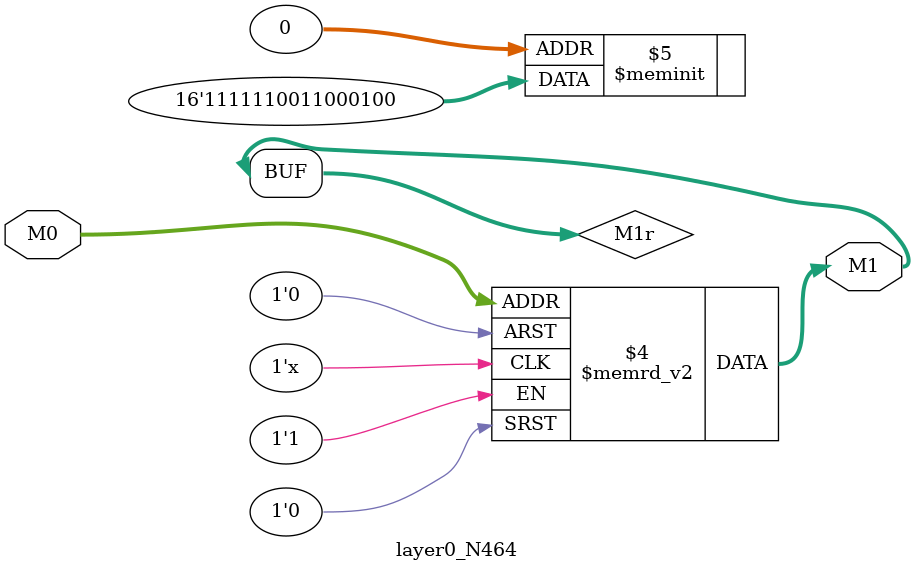
<source format=v>
module layer0_N464 ( input [2:0] M0, output [1:0] M1 );

	(*rom_style = "distributed" *) reg [1:0] M1r;
	assign M1 = M1r;
	always @ (M0) begin
		case (M0)
			3'b000: M1r = 2'b00;
			3'b100: M1r = 2'b00;
			3'b010: M1r = 2'b00;
			3'b110: M1r = 2'b11;
			3'b001: M1r = 2'b01;
			3'b101: M1r = 2'b11;
			3'b011: M1r = 2'b11;
			3'b111: M1r = 2'b11;

		endcase
	end
endmodule

</source>
